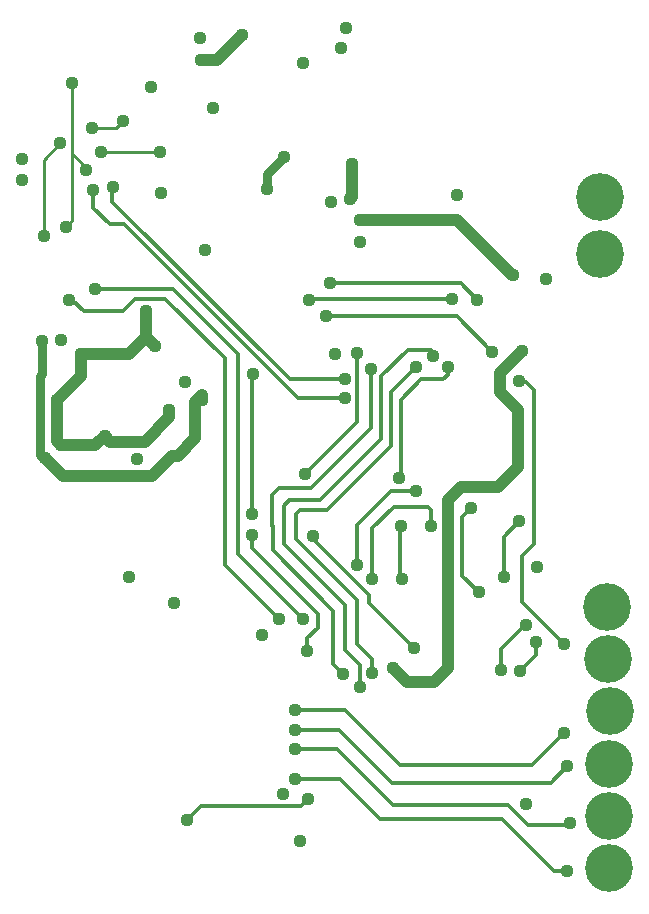
<source format=gbr>
G04 EAGLE Gerber RS-274X export*
G75*
%MOMM*%
%FSLAX34Y34*%
%LPD*%
%INBottom Copper*%
%IPPOS*%
%AMOC8*
5,1,8,0,0,1.08239X$1,22.5*%
G01*
%ADD10C,4.032000*%
%ADD11C,1.117600*%
%ADD12C,1.016000*%
%ADD13C,0.762000*%
%ADD14C,0.254000*%
%ADD15C,0.349250*%


D10*
X521208Y252984D03*
X521970Y208788D03*
X523748Y165100D03*
X523240Y120142D03*
X523494Y75946D03*
X522986Y31750D03*
X515366Y552196D03*
X515366Y600202D03*
D11*
X58928Y478790D03*
X247142Y94964D03*
X116840Y278384D03*
X154432Y256540D03*
X177038Y735212D03*
X264414Y713994D03*
X300736Y742950D03*
X187706Y675386D03*
X394208Y602234D03*
X287528Y596256D03*
X181356Y555752D03*
X311912Y561848D03*
X144018Y604012D03*
X229108Y229616D03*
X462026Y287020D03*
X453136Y86614D03*
X296418Y726440D03*
X290830Y467360D03*
X26162Y632714D03*
X26162Y614934D03*
X135636Y693166D03*
X261315Y54661D03*
X469392Y530962D03*
X123139Y378562D03*
X164389Y443789D03*
D12*
X440592Y534514D02*
X442190Y534514D01*
X441682Y534006D01*
D11*
X441682Y534006D03*
X449072Y469900D03*
X42672Y478536D03*
D13*
X42672Y450342D01*
X41070Y448740D02*
X41070Y381932D01*
X41070Y448740D02*
X42672Y450342D01*
X41070Y381932D02*
X44034Y378968D01*
X45974Y378968D01*
D11*
X45974Y378968D03*
D12*
X61214Y363728D01*
X135955Y363728D01*
X153227Y381000D02*
X156718Y381000D01*
D11*
X156718Y381000D03*
D12*
X153227Y381000D02*
X135955Y363728D01*
X158131Y381143D02*
X172974Y395986D01*
X156861Y381143D02*
X156718Y381000D01*
X156861Y381143D02*
X158131Y381143D01*
X172974Y426974D02*
X178816Y432816D01*
X178816Y428498D01*
X172974Y426974D02*
X172974Y395986D01*
D11*
X178816Y428498D03*
X311912Y580644D03*
D12*
X394462Y580644D01*
X440592Y534514D01*
D11*
X340360Y201676D03*
D12*
X352298Y189738D01*
X374650Y189738D01*
X386588Y201676D01*
X430657Y451485D02*
X449072Y469900D01*
X430657Y451485D02*
X430657Y434975D01*
X446024Y419608D01*
X429514Y354838D02*
X398018Y354838D01*
X429514Y354838D02*
X446024Y371348D01*
X386588Y343408D02*
X386588Y201676D01*
X386588Y343408D02*
X398018Y354838D01*
X446024Y371348D02*
X446024Y419608D01*
D11*
X177546Y716534D03*
D12*
X191364Y716534D01*
X212598Y737768D01*
D11*
X212598Y737768D03*
X68834Y696334D03*
D14*
X68834Y580390D02*
X62992Y574548D01*
D11*
X62992Y574548D03*
D14*
X68834Y637032D02*
X68834Y696334D01*
D11*
X80010Y623316D03*
D14*
X68834Y637032D02*
X68834Y580390D01*
X80010Y625856D02*
X68834Y637032D01*
X80010Y625856D02*
X80010Y623316D01*
D11*
X58674Y645922D03*
X44704Y566928D03*
D14*
X44704Y631952D01*
X58674Y645922D01*
X107696Y638556D02*
X143256Y638556D01*
D11*
X143256Y638556D03*
X93156Y638240D03*
D14*
X107380Y638240D01*
X107696Y638556D01*
D11*
X130810Y503428D03*
D12*
X130810Y481838D01*
X138938Y473710D01*
D11*
X138938Y473710D03*
D12*
X130810Y481838D02*
X116586Y467614D01*
X76200Y467614D01*
D11*
X76200Y467614D03*
D12*
X76200Y449072D02*
X55880Y428752D01*
D11*
X55880Y428752D03*
D12*
X55880Y393446D01*
X59436Y389890D01*
D11*
X59436Y389890D03*
D12*
X88138Y389890D01*
X96012Y397764D01*
D11*
X96012Y397764D03*
D12*
X100584Y393192D01*
X130048Y393192D01*
X150622Y413766D01*
X150622Y419862D01*
D11*
X150622Y419862D03*
D12*
X76200Y449072D02*
X76200Y467614D01*
D11*
X447040Y444500D03*
D15*
X448056Y443484D01*
X459232Y306578D02*
X449326Y296672D01*
X459232Y306578D02*
X459486Y306578D01*
X459486Y437134D01*
X453136Y443484D01*
X448056Y443484D01*
D11*
X485394Y221488D03*
D15*
X449326Y257556D01*
X449326Y296672D01*
X252730Y446278D02*
X102621Y596387D01*
X252730Y446278D02*
X299498Y446278D01*
D11*
X299498Y446278D03*
D15*
X102621Y596387D02*
X102621Y608081D01*
X102870Y608330D01*
D11*
X102870Y608330D03*
X299498Y430022D03*
D15*
X112268Y577342D02*
X100275Y577342D01*
X259588Y430022D02*
X299498Y430022D01*
X259588Y430022D02*
X112268Y577342D01*
X86614Y591003D02*
X86614Y606552D01*
D11*
X86614Y606552D03*
D15*
X86614Y591003D02*
X100275Y577342D01*
D11*
X88039Y522323D03*
D15*
X154079Y522323D01*
X209042Y467360D01*
X209042Y297942D02*
X263652Y243332D01*
D11*
X263652Y243332D03*
D15*
X209042Y297942D02*
X209042Y467360D01*
D11*
X461518Y223774D03*
D15*
X461518Y212598D01*
X447548Y198628D01*
D11*
X447548Y198628D03*
X65532Y513080D03*
D15*
X68834Y513080D01*
X78486Y503428D01*
X111252Y503428D01*
X121920Y514096D01*
X147574Y514096D01*
X198120Y463550D01*
X198120Y288290D02*
X243840Y242570D01*
D11*
X243840Y242570D03*
D15*
X198120Y288290D02*
X198120Y463550D01*
D11*
X311912Y185166D03*
D15*
X352806Y470916D02*
X372110Y470916D01*
X352806Y470916D02*
X330200Y448310D01*
X299212Y255016D02*
X299212Y216408D01*
X311912Y203708D02*
X311912Y185166D01*
X311912Y203708D02*
X299212Y216408D01*
X373696Y469330D02*
X372110Y470916D01*
X373696Y469330D02*
X373696Y465774D01*
D11*
X373696Y465774D03*
D15*
X330200Y448310D02*
X330200Y395986D01*
X330454Y395732D01*
X278384Y343662D02*
X252476Y343662D01*
X247650Y338836D01*
X247650Y306578D02*
X299212Y255016D01*
X278384Y343662D02*
X330454Y395732D01*
X247650Y338836D02*
X247650Y306578D01*
D11*
X322710Y197358D03*
X359918Y456438D03*
D15*
X338201Y389255D02*
X284480Y335534D01*
X309626Y259334D02*
X309626Y222126D01*
X322710Y209042D02*
X322710Y197358D01*
X322710Y209042D02*
X309626Y222126D01*
X309626Y259334D02*
X258064Y310896D01*
X258064Y331724D01*
X261874Y335534D01*
X284480Y335534D01*
X338201Y434721D02*
X359918Y456438D01*
X338201Y434721D02*
X338201Y389255D01*
D11*
X298196Y196342D03*
D15*
X321340Y404398D02*
X321340Y454692D01*
X321594Y454946D01*
D11*
X321594Y454946D03*
D15*
X289560Y249936D02*
X289560Y204978D01*
X298196Y196342D01*
X270764Y353822D02*
X321340Y404398D01*
X243586Y353822D02*
X237998Y348234D01*
X237998Y321564D01*
X238252Y321310D01*
X243586Y353822D02*
X270764Y353822D01*
X238252Y301244D02*
X289560Y249936D01*
X238252Y301244D02*
X238252Y321310D01*
D11*
X220472Y331470D03*
D15*
X220472Y448564D02*
X221996Y450088D01*
X220472Y448564D02*
X220472Y331470D01*
D11*
X221996Y450088D03*
X389890Y513842D03*
D15*
X270002Y513842D01*
X269240Y513080D01*
D11*
X269240Y513080D03*
X309880Y289052D03*
D15*
X309880Y322580D01*
X338582Y351282D02*
X359664Y351282D01*
D11*
X359664Y351282D03*
D15*
X338582Y351282D02*
X309880Y322580D01*
D11*
X322834Y276860D03*
D15*
X322834Y319786D01*
X340868Y337820D01*
X369824Y337820D01*
X372322Y335322D02*
X372322Y321978D01*
D11*
X372322Y321978D03*
D15*
X372322Y335322D02*
X369824Y337820D01*
D11*
X347472Y276860D03*
D15*
X346456Y277876D02*
X346456Y321512D01*
X346456Y277876D02*
X347472Y276860D01*
X346456Y321512D02*
X346922Y321978D01*
D11*
X346922Y321978D03*
X265938Y365506D03*
D15*
X310134Y409702D01*
X310134Y467868D01*
D11*
X310134Y467868D03*
X165862Y72390D03*
D15*
X177800Y84328D01*
X262128Y84328D01*
X268224Y90424D01*
D11*
X345440Y362204D03*
D15*
X345948Y362204D01*
X346964Y363220D01*
X346964Y428498D01*
X364268Y445802D02*
X382866Y445802D01*
X364268Y445802D02*
X346964Y428498D01*
D11*
X221234Y313944D03*
D15*
X221234Y302768D01*
X382866Y445802D02*
X386842Y449778D01*
X386842Y455930D01*
D11*
X386842Y455930D03*
D15*
X221234Y302768D02*
X276606Y247396D01*
X276606Y235712D01*
D11*
X268224Y90424D03*
X267716Y215646D03*
D15*
X267716Y226822D01*
X276606Y235712D01*
D11*
X358394Y218186D03*
D15*
X319786Y256794D01*
X272542Y310388D02*
X272542Y313182D01*
D11*
X272542Y313182D03*
D15*
X319786Y263144D02*
X319786Y256794D01*
X319786Y263144D02*
X272542Y310388D01*
D11*
X305308Y627888D03*
X247618Y633984D03*
D12*
X303784Y598932D02*
X305308Y600456D01*
D11*
X303784Y598932D03*
D12*
X305308Y600456D02*
X305308Y627888D01*
D11*
X233172Y606806D03*
D13*
X233172Y619538D02*
X247618Y633984D01*
X233172Y619538D02*
X233172Y606806D01*
D11*
X406400Y337058D03*
D15*
X399034Y329692D01*
X399034Y279654D01*
X413004Y265684D01*
D11*
X413004Y265684D03*
X446786Y325628D03*
D15*
X433832Y312674D01*
X433832Y278384D02*
X434086Y278130D01*
D11*
X434086Y278130D03*
D15*
X433832Y278384D02*
X433832Y312674D01*
D11*
X283718Y499110D03*
D15*
X394208Y499110D01*
X424180Y469138D01*
D11*
X424180Y469138D03*
X411734Y512826D03*
X286766Y527050D03*
D15*
X397510Y527050D02*
X411734Y512826D01*
X397510Y527050D02*
X286766Y527050D01*
D11*
X453071Y238063D03*
D15*
X451677Y238063D01*
X431292Y217678D02*
X431292Y199898D01*
D11*
X431292Y199898D03*
D15*
X431292Y217678D02*
X451677Y238063D01*
D11*
X257588Y165608D03*
D15*
X299720Y165608D01*
X346202Y119126D01*
X457962Y119126D01*
X485394Y146558D01*
D11*
X485394Y146558D03*
X257588Y149352D03*
D15*
X294132Y149352D01*
X339344Y104140D01*
X473710Y104140D01*
X487680Y118110D01*
D11*
X487680Y118110D03*
X257588Y133096D03*
X489966Y70104D03*
D15*
X454914Y68580D02*
X437896Y85598D01*
X454914Y68580D02*
X488442Y68580D01*
X489966Y70104D01*
X292862Y133096D02*
X257588Y133096D01*
X292862Y133096D02*
X340360Y85598D01*
X437896Y85598D01*
D11*
X257588Y107696D03*
D15*
X295148Y107696D01*
X329184Y73660D01*
X476758Y29718D02*
X487934Y29718D01*
D11*
X487934Y29718D03*
D15*
X432816Y73660D02*
X329184Y73660D01*
X432816Y73660D02*
X476758Y29718D01*
D11*
X85009Y658287D03*
D14*
X105837Y658287D01*
X111760Y664210D01*
D11*
X111760Y664210D03*
M02*

</source>
